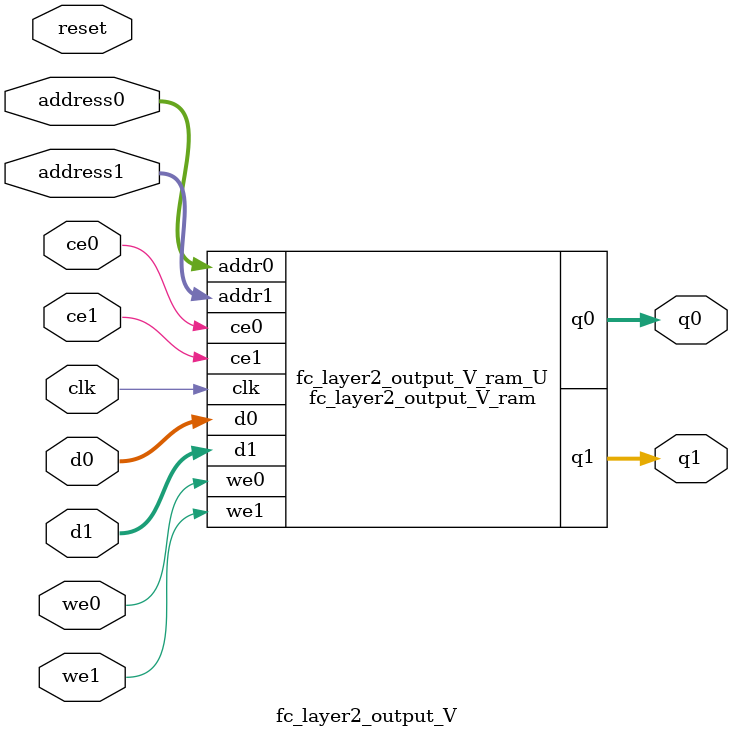
<source format=v>

`timescale 1 ns / 1 ps
module fc_layer2_output_V_ram (addr0, ce0, d0, we0, q0, addr1, ce1, d1, we1, q1,  clk);

parameter DWIDTH = 24;
parameter AWIDTH = 7;
parameter MEM_SIZE = 84;

input[AWIDTH-1:0] addr0;
input ce0;
input[DWIDTH-1:0] d0;
input we0;
output reg[DWIDTH-1:0] q0;
input[AWIDTH-1:0] addr1;
input ce1;
input[DWIDTH-1:0] d1;
input we1;
output reg[DWIDTH-1:0] q1;
input clk;

(* ram_style = "block" *)reg [DWIDTH-1:0] ram[0:MEM_SIZE-1];




always @(posedge clk)  
begin 
    if (ce0) 
    begin
        if (we0) 
        begin 
            ram[addr0] <= d0; 
            q0 <= d0;
        end 
        else 
            q0 <= ram[addr0];
    end
end


always @(posedge clk)  
begin 
    if (ce1) 
    begin
        if (we1) 
        begin 
            ram[addr1] <= d1; 
            q1 <= d1;
        end 
        else 
            q1 <= ram[addr1];
    end
end


endmodule


`timescale 1 ns / 1 ps
module fc_layer2_output_V(
    reset,
    clk,
    address0,
    ce0,
    we0,
    d0,
    q0,
    address1,
    ce1,
    we1,
    d1,
    q1);

parameter DataWidth = 32'd24;
parameter AddressRange = 32'd84;
parameter AddressWidth = 32'd7;
input reset;
input clk;
input[AddressWidth - 1:0] address0;
input ce0;
input we0;
input[DataWidth - 1:0] d0;
output[DataWidth - 1:0] q0;
input[AddressWidth - 1:0] address1;
input ce1;
input we1;
input[DataWidth - 1:0] d1;
output[DataWidth - 1:0] q1;



fc_layer2_output_V_ram fc_layer2_output_V_ram_U(
    .clk( clk ),
    .addr0( address0 ),
    .ce0( ce0 ),
    .we0( we0 ),
    .d0( d0 ),
    .q0( q0 ),
    .addr1( address1 ),
    .ce1( ce1 ),
    .we1( we1 ),
    .d1( d1 ),
    .q1( q1 ));

endmodule


</source>
